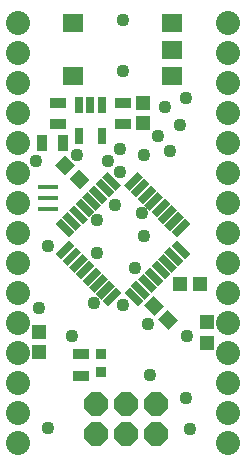
<source format=gts>
G75*
%MOIN*%
%OFA0B0*%
%FSLAX24Y24*%
%IPPOS*%
%LPD*%
%AMOC8*
5,1,8,0,0,1.08239X$1,22.5*
%
%ADD10R,0.0277X0.0532*%
%ADD11R,0.0532X0.0375*%
%ADD12R,0.0375X0.0532*%
%ADD13C,0.0800*%
%ADD14R,0.0260X0.0640*%
%ADD15R,0.0690X0.0611*%
%ADD16R,0.0454X0.0493*%
%ADD17R,0.0375X0.0375*%
%ADD18OC8,0.0800*%
%ADD19R,0.0493X0.0454*%
%ADD20R,0.0690X0.0178*%
%ADD21C,0.0436*%
D10*
X003596Y011478D03*
X004344Y011478D03*
X004344Y012502D03*
X003970Y012502D03*
X003596Y012502D03*
D11*
X002880Y012584D03*
X002880Y011876D03*
X005040Y011876D03*
X005040Y012584D03*
X003650Y004204D03*
X003650Y003496D03*
D12*
X003064Y011260D03*
X002356Y011260D03*
D13*
X001550Y001250D03*
X001550Y002250D03*
X001550Y003250D03*
X001550Y004250D03*
X001550Y005250D03*
X001550Y006250D03*
X001550Y007250D03*
X001550Y008250D03*
X001550Y009250D03*
X001550Y010250D03*
X001550Y011250D03*
X001550Y012250D03*
X001550Y013250D03*
X001550Y014250D03*
X001550Y015250D03*
X008550Y015250D03*
X008550Y014250D03*
X008550Y013250D03*
X008550Y012250D03*
X008550Y011250D03*
X008550Y010250D03*
X008550Y009250D03*
X008550Y008250D03*
X008550Y007250D03*
X008550Y006250D03*
X008550Y005250D03*
X008550Y004250D03*
X008550Y003250D03*
X008550Y002250D03*
X008550Y001250D03*
D14*
G36*
X005100Y006261D02*
X005284Y006445D01*
X005736Y005993D01*
X005552Y005809D01*
X005100Y006261D01*
G37*
G36*
X004816Y006445D02*
X005000Y006261D01*
X004548Y005809D01*
X004364Y005993D01*
X004816Y006445D01*
G37*
G36*
X004597Y006664D02*
X004781Y006480D01*
X004329Y006028D01*
X004145Y006212D01*
X004597Y006664D01*
G37*
G36*
X004371Y006890D02*
X004555Y006706D01*
X004103Y006254D01*
X003919Y006438D01*
X004371Y006890D01*
G37*
G36*
X004152Y007109D02*
X004336Y006925D01*
X003884Y006473D01*
X003700Y006657D01*
X004152Y007109D01*
G37*
G36*
X003925Y007336D02*
X004109Y007152D01*
X003657Y006700D01*
X003473Y006884D01*
X003925Y007336D01*
G37*
G36*
X003706Y007555D02*
X003890Y007371D01*
X003438Y006919D01*
X003254Y007103D01*
X003706Y007555D01*
G37*
G36*
X003480Y007781D02*
X003664Y007597D01*
X003212Y007145D01*
X003028Y007329D01*
X003480Y007781D01*
G37*
G36*
X003261Y008000D02*
X003445Y007816D01*
X002993Y007364D01*
X002809Y007548D01*
X003261Y008000D01*
G37*
G36*
X002809Y008552D02*
X002993Y008736D01*
X003445Y008284D01*
X003261Y008100D01*
X002809Y008552D01*
G37*
G36*
X003028Y008771D02*
X003212Y008955D01*
X003664Y008503D01*
X003480Y008319D01*
X003028Y008771D01*
G37*
G36*
X003254Y008997D02*
X003438Y009181D01*
X003890Y008729D01*
X003706Y008545D01*
X003254Y008997D01*
G37*
G36*
X003473Y009216D02*
X003657Y009400D01*
X004109Y008948D01*
X003925Y008764D01*
X003473Y009216D01*
G37*
G36*
X003700Y009443D02*
X003884Y009627D01*
X004336Y009175D01*
X004152Y008991D01*
X003700Y009443D01*
G37*
G36*
X003919Y009662D02*
X004103Y009846D01*
X004555Y009394D01*
X004371Y009210D01*
X003919Y009662D01*
G37*
G36*
X004145Y009888D02*
X004329Y010072D01*
X004781Y009620D01*
X004597Y009436D01*
X004145Y009888D01*
G37*
G36*
X004364Y010107D02*
X004548Y010291D01*
X005000Y009839D01*
X004816Y009655D01*
X004364Y010107D01*
G37*
G36*
X005552Y010291D02*
X005736Y010107D01*
X005284Y009655D01*
X005100Y009839D01*
X005552Y010291D01*
G37*
G36*
X005771Y010072D02*
X005955Y009888D01*
X005503Y009436D01*
X005319Y009620D01*
X005771Y010072D01*
G37*
G36*
X005997Y009846D02*
X006181Y009662D01*
X005729Y009210D01*
X005545Y009394D01*
X005997Y009846D01*
G37*
G36*
X006216Y009627D02*
X006400Y009443D01*
X005948Y008991D01*
X005764Y009175D01*
X006216Y009627D01*
G37*
G36*
X006443Y009400D02*
X006627Y009216D01*
X006175Y008764D01*
X005991Y008948D01*
X006443Y009400D01*
G37*
G36*
X006662Y009181D02*
X006846Y008997D01*
X006394Y008545D01*
X006210Y008729D01*
X006662Y009181D01*
G37*
G36*
X006888Y008955D02*
X007072Y008771D01*
X006620Y008319D01*
X006436Y008503D01*
X006888Y008955D01*
G37*
G36*
X007107Y008736D02*
X007291Y008552D01*
X006839Y008100D01*
X006655Y008284D01*
X007107Y008736D01*
G37*
G36*
X006655Y007816D02*
X006839Y008000D01*
X007291Y007548D01*
X007107Y007364D01*
X006655Y007816D01*
G37*
G36*
X006436Y007597D02*
X006620Y007781D01*
X007072Y007329D01*
X006888Y007145D01*
X006436Y007597D01*
G37*
G36*
X006210Y007371D02*
X006394Y007555D01*
X006846Y007103D01*
X006662Y006919D01*
X006210Y007371D01*
G37*
G36*
X005991Y007152D02*
X006175Y007336D01*
X006627Y006884D01*
X006443Y006700D01*
X005991Y007152D01*
G37*
G36*
X005764Y006925D02*
X005948Y007109D01*
X006400Y006657D01*
X006216Y006473D01*
X005764Y006925D01*
G37*
G36*
X005545Y006706D02*
X005729Y006890D01*
X006181Y006438D01*
X005997Y006254D01*
X005545Y006706D01*
G37*
G36*
X005319Y006480D02*
X005503Y006664D01*
X005955Y006212D01*
X005771Y006028D01*
X005319Y006480D01*
G37*
D15*
X006704Y013464D03*
X006704Y014350D03*
X006704Y015236D03*
X003396Y015236D03*
X003396Y013464D03*
D16*
X005710Y012570D03*
X005710Y011900D03*
X007860Y005265D03*
X007860Y004595D03*
X002250Y004265D03*
X002250Y004935D03*
D17*
X004310Y004205D03*
X004310Y003615D03*
D18*
X004150Y002550D03*
X004150Y001550D03*
X005150Y001550D03*
X005150Y002550D03*
X006150Y002550D03*
X006150Y001550D03*
D19*
G36*
X006560Y005019D02*
X006213Y005366D01*
X006534Y005687D01*
X006881Y005340D01*
X006560Y005019D01*
G37*
G36*
X006086Y005493D02*
X005739Y005840D01*
X006060Y006161D01*
X006407Y005814D01*
X006086Y005493D01*
G37*
X006965Y006550D03*
X007635Y006550D03*
G36*
X003584Y010367D02*
X003931Y010020D01*
X003610Y009699D01*
X003263Y010046D01*
X003584Y010367D01*
G37*
G36*
X003110Y010841D02*
X003457Y010494D01*
X003136Y010173D01*
X002789Y010520D01*
X003110Y010841D01*
G37*
D20*
X002567Y009789D03*
X002567Y009415D03*
X002567Y009041D03*
D21*
X002540Y007800D03*
X004190Y007580D03*
X004190Y008680D03*
X004790Y009180D03*
X005700Y008910D03*
X005750Y008150D03*
X005470Y007070D03*
X005040Y005850D03*
X005890Y005210D03*
X007190Y004811D03*
X005971Y003522D03*
X007150Y002750D03*
X007304Y001704D03*
X004090Y005900D03*
X003371Y004822D03*
X002250Y005750D03*
X002550Y001750D03*
X004960Y010270D03*
X004550Y010640D03*
X004950Y011050D03*
X005750Y010850D03*
X006210Y011480D03*
X006610Y010990D03*
X006950Y011850D03*
X006450Y012450D03*
X007150Y012750D03*
X005050Y013650D03*
X005050Y015350D03*
X003530Y010850D03*
X002150Y010650D03*
M02*

</source>
